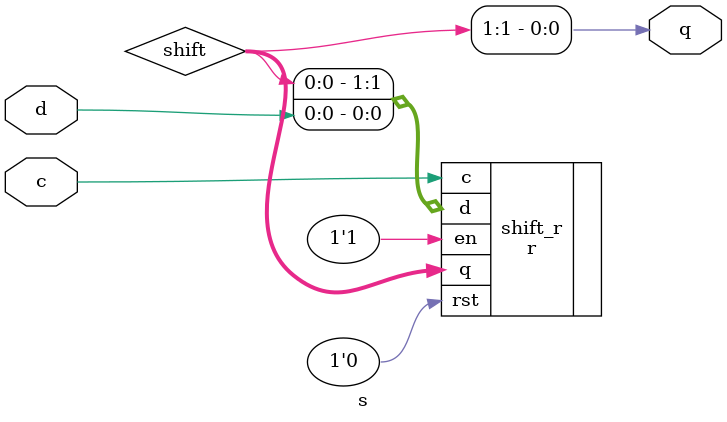
<source format=v>
`timescale 1ns/1ns
module s
#(parameter W=1,
  parameter S=2) // number of synchronizer stages 
(input c,
 input [W-1:0] d,
 output [W-1:0] q);

wire [W*S-1:0] shift;
r #(W*S) shift_r
  (.c(c), .rst(1'b0), .en(1'b1),
   .d({shift[W*(S-1)-1:0], d}), .q(shift));
assign q = shift[W*S-1:W*(S-1)];

endmodule

</source>
